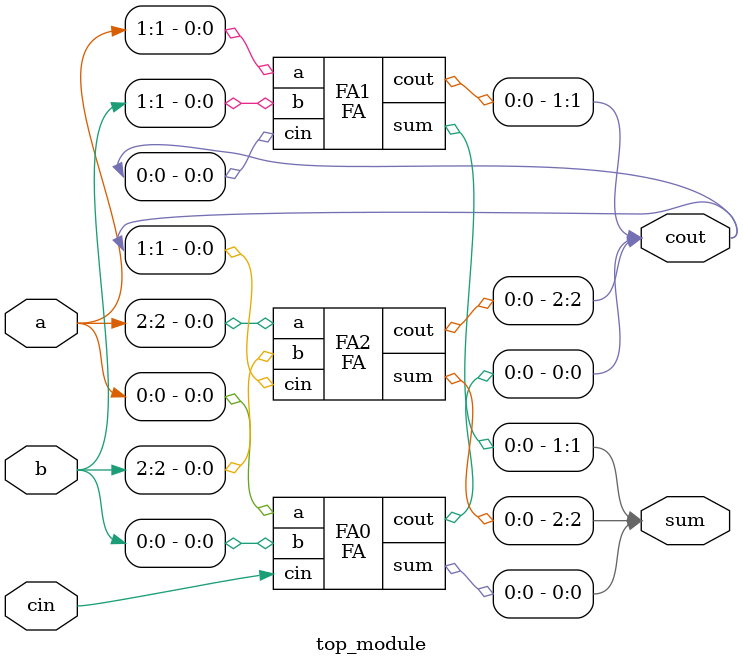
<source format=v>
module FA( 
    input a, b, cin,
    output cout, sum 
);
    
    wire w=a^b;
	
    assign sum  = w ^ cin;
	assign cout = (w & cin) | (a & b);
	
endmodule

//main_module
module top_module( 
    input [2:0] a, b,
    input cin,
    output [2:0] cout,
    output [2:0] sum 
);
	
    FA FA0(a[0],b[0],cin,cout[0],sum[0]);
    FA FA1(a[1],b[1],cout[0],cout[1],sum[1]);
    FA FA2(a[2],b[2],cout[1],cout[2],sum[2]);
    
endmodule
</source>
